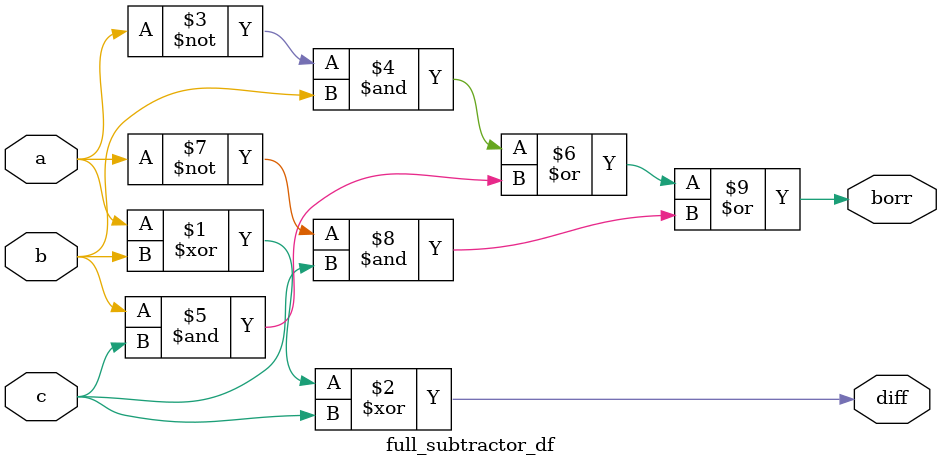
<source format=v>
module full_subtractor_df(output diff,borr, input a,b,c);
    assign diff = a ^ b ^ c;
    assign borr = ~a&b | b&c | ~a&c;
endmodule
</source>
